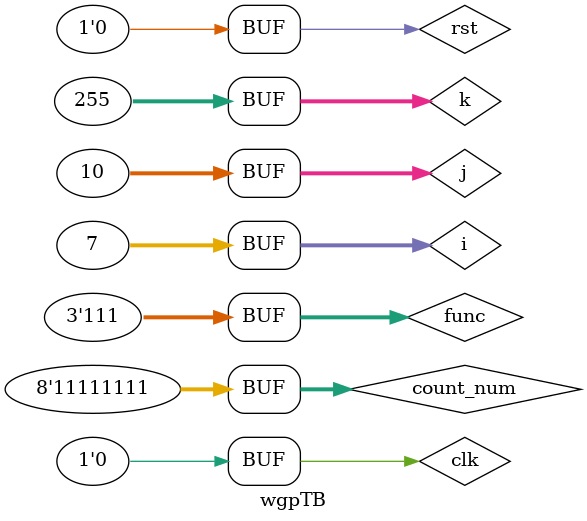
<source format=v>
`timescale 1ns/1ns
module wgpTB();
    wire [7:0] waveform;
    reg clk, rst;
    reg [2:0] func;
    reg [7:0] count_num;
    integer i , j , k;

    WaveformGeneratorProcessor UUT(clk, rst, func, count_num, waveform);
    
    initial begin
        rst = 1; #5;
        clk = 1; #10;
        rst = 0; #5;
        clk = 0;
        func = 3'b000;
        for(i = 0; i < 7; i = i+1)begin
          for(j = 0; j < 10; j = j+1) begin
            count_num = 8'b00000000;
            for(k = 0; k < 255; k = k+1) begin count_num = count_num + 8'b00000001; clk = 1; #20; clk = 0; #20; end
          end
          func = func + 3'b001;  
        end
    end

endmodule


</source>
